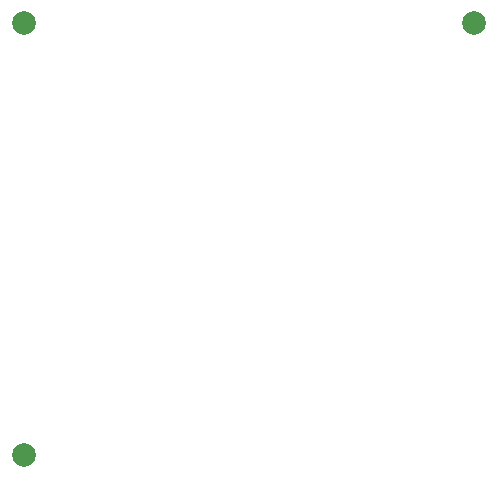
<source format=gbs>
G04 #@! TF.GenerationSoftware,KiCad,Pcbnew,6.0.2+dfsg-1*
G04 #@! TF.CreationDate,2023-06-21T21:46:00-06:00*
G04 #@! TF.ProjectId,i2c-wxsns-array,6932632d-7778-4736-9e73-2d6172726179,rev?*
G04 #@! TF.SameCoordinates,Original*
G04 #@! TF.FileFunction,Soldermask,Bot*
G04 #@! TF.FilePolarity,Negative*
%FSLAX46Y46*%
G04 Gerber Fmt 4.6, Leading zero omitted, Abs format (unit mm)*
G04 Created by KiCad (PCBNEW 6.0.2+dfsg-1) date 2023-06-21 21:46:00*
%MOMM*%
%LPD*%
G01*
G04 APERTURE LIST*
%ADD10C,2.000000*%
G04 APERTURE END LIST*
D10*
X22620000Y-54116000D03*
X60720000Y-17540000D03*
X22620000Y-17540000D03*
M02*

</source>
